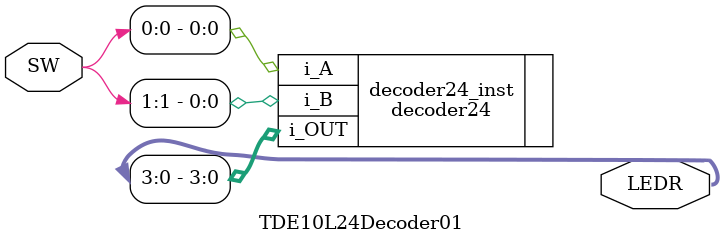
<source format=v>


module TDE10L24Decoder01(
	input 		     [9:0]		SW,
	output		     [9:0]		LEDR
);

//=======================================================
//  REG/WIRE declarations
//=======================================================

decoder24 decoder24_inst(
	.i_A(SW[0]),
	.i_B(SW[1]),
	.i_OUT(LEDR[3:0])
);

//=======================================================
//  Structural coding
//=======================================================

endmodule
</source>
